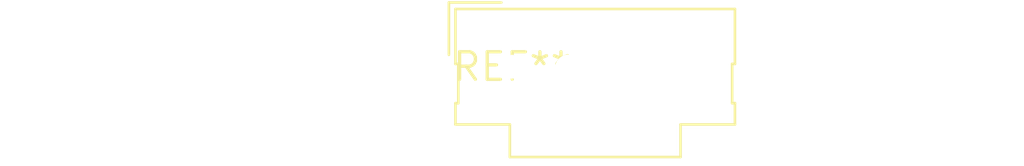
<source format=kicad_pcb>
(kicad_pcb (version 20240108) (generator pcbnew)
  (layers (0 "F.Cu" signal) (31 "B.Cu" signal) (34 "B.Paste" user) (35 "F.Paste" user) (36 "B.SilkS" user "B.Silkscreen") (37 "F.SilkS" user "F.Silkscreen") (38 "B.Mask" user) (39 "F.Mask" user) (44 "Edge.Cuts" user))
  (net 0 "")
  (footprint "Molex_SL_171971-0004_1x04_P2.54mm_Vertical" (layer "F.Cu") (at 0 0)
    (property "Reference" "REF**")
    (property "Value" "Molex_SL_171971-0004_1x04_P2.54mm_Vertical")
    (fp_line (start -2.91 -2.96) (end -0.5 -2.96) (layer "F.SilkS") (stroke (width 0.12)))
    (fp_line (start -2.91 -0.55) (end -2.91 -2.96) (layer "F.SilkS") (stroke (width 0.12)))
    (fp_line (start -2.61 -2.66) (end -2.61 -0.13) (layer "F.SilkS") (stroke (width 0.12)))
    (fp_line (start -2.61 -0.13) (end -2.48 -0.13) (layer "F.SilkS") (stroke (width 0.12)))
    (fp_line (start -2.61 1.68) (end -2.61 2.66) (layer "F.SilkS") (stroke (width 0.12)))
    (fp_line (start -2.61 2.66) (end -0.11 2.66) (layer "F.SilkS") (stroke (width 0.12)))
    (fp_line (start -2.48 -0.13) (end -2.48 1.68) (layer "F.SilkS") (stroke (width 0.12)))
    (fp_line (start -2.48 1.68) (end -2.61 1.68) (layer "F.SilkS") (stroke (width 0.12)))
    (fp_line (start -0.11 2.66) (end -0.11 4.16) (layer "F.SilkS") (stroke (width 0.12)))
    (fp_line (start -0.11 4.16) (end 7.73 4.16) (layer "F.SilkS") (stroke (width 0.12)))
    (fp_line (start 7.73 2.66) (end 10.23 2.66) (layer "F.SilkS") (stroke (width 0.12)))
    (fp_line (start 7.73 4.16) (end 7.73 2.66) (layer "F.SilkS") (stroke (width 0.12)))
    (fp_line (start 10.1 -0.13) (end 10.23 -0.13) (layer "F.SilkS") (stroke (width 0.12)))
    (fp_line (start 10.1 1.68) (end 10.1 -0.13) (layer "F.SilkS") (stroke (width 0.12)))
    (fp_line (start 10.23 -2.66) (end -2.61 -2.66) (layer "F.SilkS") (stroke (width 0.12)))
    (fp_line (start 10.23 -0.13) (end 10.23 -2.66) (layer "F.SilkS") (stroke (width 0.12)))
    (fp_line (start 10.23 1.68) (end 10.1 1.68) (layer "F.SilkS") (stroke (width 0.12)))
    (fp_line (start 10.23 2.66) (end 10.23 1.68) (layer "F.SilkS") (stroke (width 0.12)))
    (pad "1" thru_hole roundrect (at 0 0) (size 1.74 1.74) (drill 1.09) (layers *.Cu *.Mask) (remove_unused_layers) (roundrect_rratio 0.143678))
    (pad "2" thru_hole circle (at 2.54 0) (size 1.74 1.74) (drill 1.09) (layers *.Cu *.Mask) (remove_unused_layers))
    (pad "3" thru_hole circle (at 5.08 0) (size 1.74 1.74) (drill 1.09) (layers *.Cu *.Mask) (remove_unused_layers))
    (pad "4" thru_hole circle (at 7.62 0) (size 1.74 1.74) (drill 1.09) (layers *.Cu *.Mask) (remove_unused_layers))
  )
)
</source>
